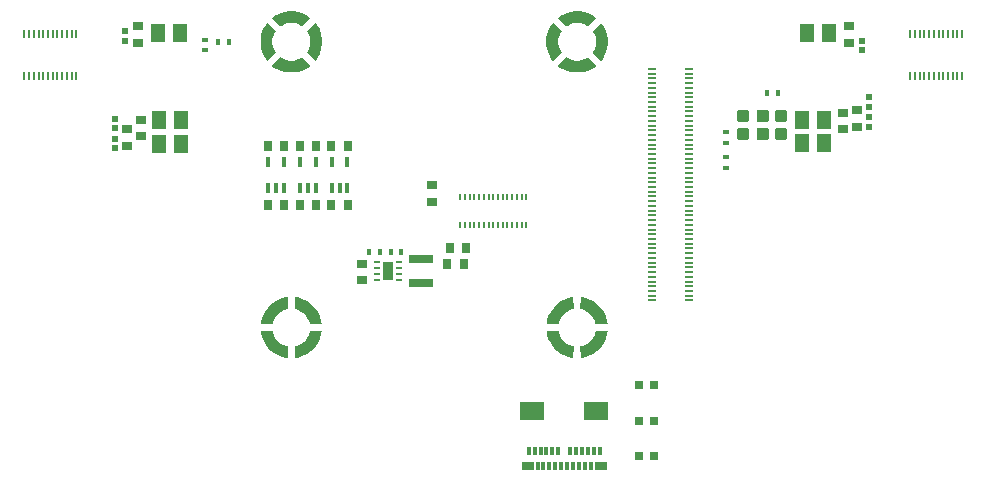
<source format=gbp>
G04*
G04 #@! TF.GenerationSoftware,Altium Limited,Altium Designer,20.0.13 (296)*
G04*
G04 Layer_Color=128*
%FSLAX44Y44*%
%MOMM*%
G71*
G01*
G75*
%ADD16R,0.7000X0.9000*%
%ADD17R,0.4500X0.5500*%
%ADD18R,0.9000X0.7000*%
%ADD19R,0.5200X0.5200*%
%ADD30R,1.3000X1.5000*%
%ADD35R,0.5500X0.4500*%
%ADD105R,0.1500X0.6500*%
%ADD106R,0.2200X0.5000*%
%ADD108R,0.5000X0.2800*%
%ADD109R,0.9000X1.6000*%
%ADD110R,0.9000X1.0000*%
%ADD111R,1.0000X0.9000*%
%ADD112R,2.0000X0.8000*%
%ADD113R,0.7000X0.1800*%
%ADD114R,0.3000X0.7000*%
%ADD115R,1.0000X0.7000*%
%ADD116R,0.8000X0.8000*%
%ADD117R,2.0000X1.5000*%
%ADD134R,0.3500X0.8500*%
G36*
X-196806Y-214169D02*
X-186757Y-213778D01*
X-186499Y-214972D01*
X-185714Y-217284D01*
X-184587Y-219449D01*
X-183144Y-221418D01*
X-181418Y-223144D01*
X-179449Y-224587D01*
X-177284Y-225714D01*
X-174972Y-226499D01*
X-173778Y-226757D01*
Y-226757D01*
X-174169Y-236806D01*
X-176313Y-236543D01*
X-180456Y-235316D01*
X-184340Y-233422D01*
X-187857Y-230912D01*
X-190912Y-227857D01*
X-193422Y-224340D01*
X-195316Y-220456D01*
X-196543Y-216313D01*
X-196806Y-214169D01*
X-196806Y-214169D01*
D02*
G37*
G36*
X-174169Y-185194D02*
X-173778Y-195243D01*
X-174972Y-195501D01*
X-177284Y-196286D01*
X-179449Y-197413D01*
X-181418Y-198856D01*
X-183144Y-200582D01*
X-184587Y-202551D01*
X-185714Y-204716D01*
X-186499Y-207028D01*
X-186757Y-208222D01*
X-186757Y-208222D01*
X-196806Y-207831D01*
X-196543Y-205687D01*
X-195316Y-201544D01*
X-193422Y-197661D01*
X-190912Y-194143D01*
X-187857Y-191088D01*
X-184340Y-188578D01*
X-180456Y-186684D01*
X-176313Y-185457D01*
X-174169Y-185194D01*
X-174169D01*
D02*
G37*
G36*
X-167831Y-236806D02*
X-168222Y-226757D01*
X-167028Y-226499D01*
X-164716Y-225714D01*
X-162551Y-224587D01*
X-160582Y-223144D01*
X-158856Y-221418D01*
X-157413Y-219449D01*
X-156286Y-217284D01*
X-155501Y-214972D01*
X-155243Y-213778D01*
D01*
X-145194Y-214169D01*
X-145457Y-216313D01*
X-146684Y-220456D01*
X-148578Y-224340D01*
X-151088Y-227857D01*
X-154143Y-230912D01*
X-157661Y-233422D01*
X-161544Y-235316D01*
X-165687Y-236543D01*
X-167831Y-236806D01*
Y-236806D01*
D02*
G37*
G36*
X-145194Y-207831D02*
X-155243Y-208222D01*
X-155501Y-207028D01*
X-156286Y-204716D01*
X-157413Y-202551D01*
X-158856Y-200582D01*
X-160582Y-198856D01*
X-162551Y-197413D01*
X-164716Y-196286D01*
X-167028Y-195501D01*
X-168222Y-195243D01*
X-168222D01*
X-167831Y-185194D01*
X-165687Y-185457D01*
X-161544Y-186684D01*
X-157661Y-188578D01*
X-154143Y-191088D01*
X-151088Y-194143D01*
X-148578Y-197661D01*
X-146684Y-201544D01*
X-145457Y-205687D01*
X-145194Y-207831D01*
D01*
D02*
G37*
G36*
X-164578Y56287D02*
X-160492Y54880D01*
X-156695Y52818D01*
X-154993Y51488D01*
X-154993D01*
X-161823Y44106D01*
X-162849Y44768D01*
X-165039Y45848D01*
X-167367Y46582D01*
X-169779Y46953D01*
X-172221D01*
X-174633Y46582D01*
X-176961Y45848D01*
X-179151Y44768D01*
X-180177Y44106D01*
X-180177Y44106D01*
X-187007Y51488D01*
X-185305Y52818D01*
X-181507Y54880D01*
X-177422Y56287D01*
X-173160Y57000D01*
X-168840D01*
X-164578Y56287D01*
D02*
G37*
G36*
X-184107Y40177D02*
X-184768Y39151D01*
X-185848Y36961D01*
X-186582Y34633D01*
X-186953Y32220D01*
Y29780D01*
X-186582Y27367D01*
X-185848Y25039D01*
X-184768Y22849D01*
X-184107Y21823D01*
X-184106Y21823D01*
X-184107Y21823D01*
D01*
X-191488Y14993D01*
X-192818Y16695D01*
X-194880Y20492D01*
X-196287Y24578D01*
X-197000Y28840D01*
Y33160D01*
X-196287Y37422D01*
X-194880Y41508D01*
X-192818Y45305D01*
X-191488Y47007D01*
X-191488Y47007D01*
X-184107Y40177D01*
D02*
G37*
G36*
X-154993Y10512D02*
X-156695Y9182D01*
X-160492Y7120D01*
X-164578Y5713D01*
X-168840Y5000D01*
X-173160D01*
X-177422Y5713D01*
X-181507Y7120D01*
X-185305Y9182D01*
X-187007Y10512D01*
Y10512D01*
X-180177Y17894D01*
X-179151Y17232D01*
X-176961Y16152D01*
X-174633Y15418D01*
X-172221Y15047D01*
X-169779D01*
X-167367Y15418D01*
X-165039Y16152D01*
X-162849Y17232D01*
X-161823Y17894D01*
X-161823Y17894D01*
X-154993Y10512D01*
D02*
G37*
G36*
X-149182Y45305D02*
X-147120Y41508D01*
X-145713Y37422D01*
X-145000Y33160D01*
Y28840D01*
X-145713Y24578D01*
X-147120Y20492D01*
X-149182Y16695D01*
X-150512Y14993D01*
X-157894Y21823D01*
X-157232Y22849D01*
X-156152Y25039D01*
X-155418Y27367D01*
X-155047Y29780D01*
Y32220D01*
X-155418Y34633D01*
X-156152Y36961D01*
X-157232Y39151D01*
X-157894Y40177D01*
X-157894Y40177D01*
X-150512Y47007D01*
X-149182Y45305D01*
D02*
G37*
G36*
X45194Y-214169D02*
X55243Y-213778D01*
X55501Y-214972D01*
X56286Y-217284D01*
X57413Y-219449D01*
X58856Y-221418D01*
X60582Y-223144D01*
X62551Y-224587D01*
X64716Y-225714D01*
X67028Y-226499D01*
X68222Y-226757D01*
Y-226757D01*
X67831Y-236806D01*
X65687Y-236543D01*
X61544Y-235316D01*
X57660Y-233422D01*
X54143Y-230912D01*
X51087Y-227857D01*
X48578Y-224340D01*
X46684Y-220456D01*
X45457Y-216313D01*
X45194Y-214169D01*
X45194Y-214169D01*
D02*
G37*
G36*
X67831Y-185194D02*
X68222Y-195243D01*
X67028Y-195501D01*
X64716Y-196286D01*
X62551Y-197413D01*
X60582Y-198856D01*
X58856Y-200582D01*
X57413Y-202551D01*
X56286Y-204716D01*
X55501Y-207028D01*
X55243Y-208222D01*
X55243Y-208222D01*
X45194Y-207831D01*
X45457Y-205687D01*
X46684Y-201544D01*
X48578Y-197661D01*
X51087Y-194143D01*
X54143Y-191088D01*
X57660Y-188578D01*
X61544Y-186684D01*
X65687Y-185457D01*
X67831Y-185194D01*
X67831D01*
D02*
G37*
G36*
X74169Y-236806D02*
X73778Y-226757D01*
X74972Y-226499D01*
X77284Y-225714D01*
X79449Y-224587D01*
X81418Y-223144D01*
X83144Y-221418D01*
X84587Y-219449D01*
X85714Y-217284D01*
X86499Y-214972D01*
X86757Y-213778D01*
D01*
X96806Y-214169D01*
X96543Y-216313D01*
X95316Y-220456D01*
X93422Y-224340D01*
X90912Y-227857D01*
X87857Y-230912D01*
X84339Y-233422D01*
X80456Y-235316D01*
X76313Y-236543D01*
X74169Y-236806D01*
Y-236806D01*
D02*
G37*
G36*
X96806Y-207831D02*
X86757Y-208222D01*
X86499Y-207028D01*
X85714Y-204716D01*
X84587Y-202551D01*
X83144Y-200582D01*
X81418Y-198856D01*
X79449Y-197413D01*
X77284Y-196286D01*
X74972Y-195501D01*
X73778Y-195243D01*
X73778D01*
X74169Y-185194D01*
X76313Y-185457D01*
X80456Y-186684D01*
X84339Y-188578D01*
X87857Y-191088D01*
X90912Y-194143D01*
X93422Y-197661D01*
X95316Y-201544D01*
X96543Y-205687D01*
X96806Y-207831D01*
D01*
D02*
G37*
G36*
X77422Y56287D02*
X81508Y54880D01*
X85305Y52818D01*
X87007Y51488D01*
X87007D01*
X80177Y44106D01*
X79151Y44768D01*
X76961Y45848D01*
X74633Y46582D01*
X72221Y46953D01*
X69779D01*
X67367Y46582D01*
X65039Y45848D01*
X62849Y44768D01*
X61823Y44106D01*
X61823Y44106D01*
X54993Y51488D01*
X56695Y52818D01*
X60493Y54880D01*
X64578Y56287D01*
X68840Y57000D01*
X73160D01*
X77422Y56287D01*
D02*
G37*
G36*
X57894Y21823D02*
D01*
X57894Y21823D01*
X57894Y21823D01*
D02*
G37*
G36*
X87007Y10512D02*
X85305Y9182D01*
X81508Y7120D01*
X77422Y5713D01*
X73160Y5000D01*
X68840D01*
X64578Y5713D01*
X60493Y7120D01*
X56695Y9182D01*
X54993Y10512D01*
Y10512D01*
X61823Y17894D01*
X62849Y17232D01*
X65039Y16152D01*
X67367Y15418D01*
X69779Y15047D01*
X72221D01*
X74633Y15418D01*
X76961Y16152D01*
X79151Y17232D01*
X80177Y17894D01*
X80177Y17894D01*
X87007Y10512D01*
D02*
G37*
G36*
X92818Y45305D02*
X94880Y41508D01*
X96287Y37422D01*
X97000Y33160D01*
Y28840D01*
X96287Y24578D01*
X94880Y20492D01*
X92818Y16695D01*
X91488Y14993D01*
X84106Y21823D01*
X84768Y22849D01*
X85848Y25039D01*
X86582Y27367D01*
X86953Y29780D01*
Y32220D01*
X86582Y34633D01*
X85848Y36961D01*
X84768Y39151D01*
X84106Y40177D01*
X84106Y40177D01*
X91488Y47007D01*
X92818Y45305D01*
D02*
G37*
G36*
X57894Y40177D02*
X57232Y39151D01*
X56152Y36961D01*
X55418Y34633D01*
X55047Y32220D01*
Y29780D01*
X55418Y27367D01*
X56152Y25039D01*
X57232Y22849D01*
X57894Y21823D01*
X50512Y14993D01*
X49182Y16695D01*
X47120Y20492D01*
X45713Y24578D01*
X45000Y28840D01*
Y33160D01*
X45713Y37422D01*
X47120Y41508D01*
X49182Y45305D01*
X50512Y47007D01*
X50512Y47007D01*
X57894Y40177D01*
D02*
G37*
D16*
X-123000Y-57000D02*
D03*
X-137000D02*
D03*
X-150000Y-107000D02*
D03*
X-164000D02*
D03*
X-39000Y-157000D02*
D03*
X-25000D02*
D03*
X-150000Y-57000D02*
D03*
X-164000D02*
D03*
X-177000Y-107000D02*
D03*
X-191000D02*
D03*
X-191000Y-57000D02*
D03*
X-177000D02*
D03*
X-123000Y-107000D02*
D03*
X-137000D02*
D03*
X-37000Y-144000D02*
D03*
X-23000D02*
D03*
D17*
X-96000Y-147000D02*
D03*
X-105000D02*
D03*
X-78000D02*
D03*
X-87000D02*
D03*
X-224100Y30988D02*
D03*
X-233100D02*
D03*
X240720Y-12700D02*
D03*
X231720D02*
D03*
D18*
X300990Y43972D02*
D03*
Y29972D02*
D03*
X-111000Y-170762D02*
D03*
Y-156762D02*
D03*
X-51951Y-104475D02*
D03*
Y-90475D02*
D03*
X-300992Y44072D02*
D03*
Y30072D02*
D03*
X-310000Y-57000D02*
D03*
Y-43000D02*
D03*
X-298000Y-35000D02*
D03*
Y-49000D02*
D03*
X295910Y-29068D02*
D03*
Y-43068D02*
D03*
X308102Y-41036D02*
D03*
Y-27036D02*
D03*
D19*
X-312000Y32000D02*
D03*
Y40000D02*
D03*
X-320000Y-59000D02*
D03*
Y-51000D02*
D03*
Y-42000D02*
D03*
Y-34000D02*
D03*
X312000Y32000D02*
D03*
Y24000D02*
D03*
X318000Y-24000D02*
D03*
Y-16000D02*
D03*
Y-33000D02*
D03*
Y-41000D02*
D03*
D30*
X-264992Y38572D02*
D03*
X-283992D02*
D03*
X-283039Y-34953D02*
D03*
X-264039D02*
D03*
X-283039Y-55953D02*
D03*
X-264039D02*
D03*
X280165Y-54918D02*
D03*
X261165D02*
D03*
X280165Y-34918D02*
D03*
X261165D02*
D03*
X284493Y38148D02*
D03*
X265493D02*
D03*
D35*
X197000Y-66500D02*
D03*
Y-75500D02*
D03*
Y-54500D02*
D03*
Y-45500D02*
D03*
X-244000Y23738D02*
D03*
Y32738D02*
D03*
D105*
X397000Y37750D02*
D03*
X393000D02*
D03*
X389000D02*
D03*
X385000D02*
D03*
X381000D02*
D03*
X377000D02*
D03*
X373000D02*
D03*
X369000D02*
D03*
X365000D02*
D03*
X361000D02*
D03*
X357000D02*
D03*
X353000D02*
D03*
X397000Y2250D02*
D03*
X393000D02*
D03*
X389000D02*
D03*
X385000D02*
D03*
X381000D02*
D03*
X377000D02*
D03*
X373000D02*
D03*
X369000D02*
D03*
X365000D02*
D03*
X361000D02*
D03*
X357000D02*
D03*
X353000D02*
D03*
X-397000D02*
D03*
X-393000D02*
D03*
X-389000D02*
D03*
X-385000D02*
D03*
X-381000D02*
D03*
X-377000D02*
D03*
X-373000D02*
D03*
X-369000D02*
D03*
X-365000D02*
D03*
X-361000D02*
D03*
X-357000D02*
D03*
X-353000D02*
D03*
X-397000Y37750D02*
D03*
X-393000D02*
D03*
X-389000D02*
D03*
X-385000D02*
D03*
X-381000D02*
D03*
X-377000D02*
D03*
X-373000D02*
D03*
X-369000D02*
D03*
X-365000D02*
D03*
X-361000D02*
D03*
X-357000D02*
D03*
X-353000D02*
D03*
D106*
X8000Y-124380D02*
D03*
X12000D02*
D03*
X28000Y-100380D02*
D03*
X24000D02*
D03*
X20000D02*
D03*
X16000D02*
D03*
X12000D02*
D03*
X8000D02*
D03*
X4000D02*
D03*
X0D02*
D03*
X-4000D02*
D03*
X-8000D02*
D03*
X-12000D02*
D03*
X-16000D02*
D03*
X-20000D02*
D03*
X-24000D02*
D03*
X-28000D02*
D03*
Y-124380D02*
D03*
X-24000D02*
D03*
X-20000D02*
D03*
X-16000D02*
D03*
X-12000D02*
D03*
X-8000D02*
D03*
X-4000D02*
D03*
X0D02*
D03*
X4000D02*
D03*
X16000D02*
D03*
X20000D02*
D03*
X24000D02*
D03*
X28000D02*
D03*
D108*
X-79500Y-155500D02*
D03*
Y-160500D02*
D03*
Y-165500D02*
D03*
Y-170500D02*
D03*
X-98500Y-155500D02*
D03*
Y-160500D02*
D03*
Y-165500D02*
D03*
Y-170500D02*
D03*
D109*
X-89000Y-163000D02*
D03*
D110*
X211500Y-47500D02*
D03*
X227500D02*
D03*
X244000Y-47500D02*
D03*
X228000D02*
D03*
X227500Y-31500D02*
D03*
X211500D02*
D03*
X244000Y-31500D02*
D03*
X228000D02*
D03*
D111*
X211500Y-47500D02*
D03*
Y-31500D02*
D03*
X228000Y-47500D02*
D03*
Y-31500D02*
D03*
X244000Y-47500D02*
D03*
Y-31500D02*
D03*
D112*
X-61000Y-153000D02*
D03*
Y-173000D02*
D03*
D113*
X134600Y8000D02*
D03*
Y4000D02*
D03*
Y0D02*
D03*
Y-4000D02*
D03*
Y-8000D02*
D03*
Y-12000D02*
D03*
Y-16000D02*
D03*
Y-20000D02*
D03*
Y-24000D02*
D03*
Y-28000D02*
D03*
Y-32000D02*
D03*
Y-36000D02*
D03*
Y-40000D02*
D03*
Y-44000D02*
D03*
Y-48000D02*
D03*
Y-52000D02*
D03*
Y-56000D02*
D03*
Y-60000D02*
D03*
Y-64000D02*
D03*
Y-68000D02*
D03*
Y-72000D02*
D03*
Y-76000D02*
D03*
Y-80000D02*
D03*
Y-84000D02*
D03*
Y-88000D02*
D03*
Y-92000D02*
D03*
Y-96000D02*
D03*
Y-100000D02*
D03*
Y-104000D02*
D03*
Y-108000D02*
D03*
Y-112000D02*
D03*
Y-116000D02*
D03*
Y-120000D02*
D03*
Y-124000D02*
D03*
Y-128000D02*
D03*
Y-132000D02*
D03*
Y-136000D02*
D03*
Y-140000D02*
D03*
Y-144000D02*
D03*
Y-148000D02*
D03*
Y-152000D02*
D03*
Y-156000D02*
D03*
Y-160000D02*
D03*
Y-164000D02*
D03*
Y-168000D02*
D03*
Y-172000D02*
D03*
Y-176000D02*
D03*
Y-180000D02*
D03*
Y-184000D02*
D03*
Y-188000D02*
D03*
X165400Y8000D02*
D03*
Y4000D02*
D03*
Y0D02*
D03*
Y-4000D02*
D03*
Y-8000D02*
D03*
Y-12000D02*
D03*
Y-16000D02*
D03*
Y-20000D02*
D03*
Y-24000D02*
D03*
Y-28000D02*
D03*
Y-32000D02*
D03*
Y-36000D02*
D03*
Y-40000D02*
D03*
Y-44000D02*
D03*
Y-48000D02*
D03*
Y-52000D02*
D03*
Y-56000D02*
D03*
Y-60000D02*
D03*
Y-64000D02*
D03*
Y-68000D02*
D03*
Y-72000D02*
D03*
Y-76000D02*
D03*
Y-80000D02*
D03*
Y-84000D02*
D03*
Y-88000D02*
D03*
Y-92000D02*
D03*
Y-96000D02*
D03*
Y-100000D02*
D03*
Y-104000D02*
D03*
Y-108000D02*
D03*
Y-112000D02*
D03*
Y-116000D02*
D03*
Y-120000D02*
D03*
Y-124000D02*
D03*
Y-128000D02*
D03*
Y-132000D02*
D03*
Y-136000D02*
D03*
Y-140000D02*
D03*
Y-144000D02*
D03*
Y-148000D02*
D03*
Y-152000D02*
D03*
Y-156000D02*
D03*
Y-160000D02*
D03*
Y-164000D02*
D03*
Y-168000D02*
D03*
Y-172000D02*
D03*
Y-176000D02*
D03*
Y-180000D02*
D03*
Y-184000D02*
D03*
Y-188000D02*
D03*
D114*
X37500Y-328500D02*
D03*
X42500D02*
D03*
X90000Y-315500D02*
D03*
X85000D02*
D03*
X80000D02*
D03*
X75000D02*
D03*
X70000D02*
D03*
X65000D02*
D03*
X55000D02*
D03*
X50000D02*
D03*
X45000D02*
D03*
X40000D02*
D03*
X35000D02*
D03*
X30000D02*
D03*
X47500Y-328500D02*
D03*
X52500D02*
D03*
X57500D02*
D03*
X62500D02*
D03*
X67500D02*
D03*
X72500D02*
D03*
X77500D02*
D03*
X82500D02*
D03*
D115*
X29000D02*
D03*
X91000D02*
D03*
D116*
X136250Y-260000D02*
D03*
X123750D02*
D03*
X136250Y-290000D02*
D03*
X123750D02*
D03*
X136250Y-320000D02*
D03*
X123750D02*
D03*
D117*
X33000Y-282000D02*
D03*
X87000D02*
D03*
D134*
X-136500Y-71000D02*
D03*
Y-93000D02*
D03*
X-123500Y-71000D02*
D03*
Y-93000D02*
D03*
X-130000D02*
D03*
X-163500Y-71000D02*
D03*
Y-93000D02*
D03*
X-150500Y-71000D02*
D03*
Y-93000D02*
D03*
X-157000D02*
D03*
X-184000D02*
D03*
X-177500D02*
D03*
Y-71000D02*
D03*
X-190500Y-93000D02*
D03*
Y-71000D02*
D03*
M02*

</source>
